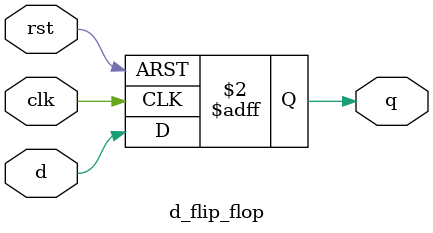
<source format=sv>
module d_flip_flop(
    input clk,
    input rst, // Asynchronous reset
    input d,
    output reg q
);
    always @(posedge clk or posedge rst) begin
        if (rst)
            q <= 1'b0;
        else
            q <= d;
    end
endmodule

</source>
